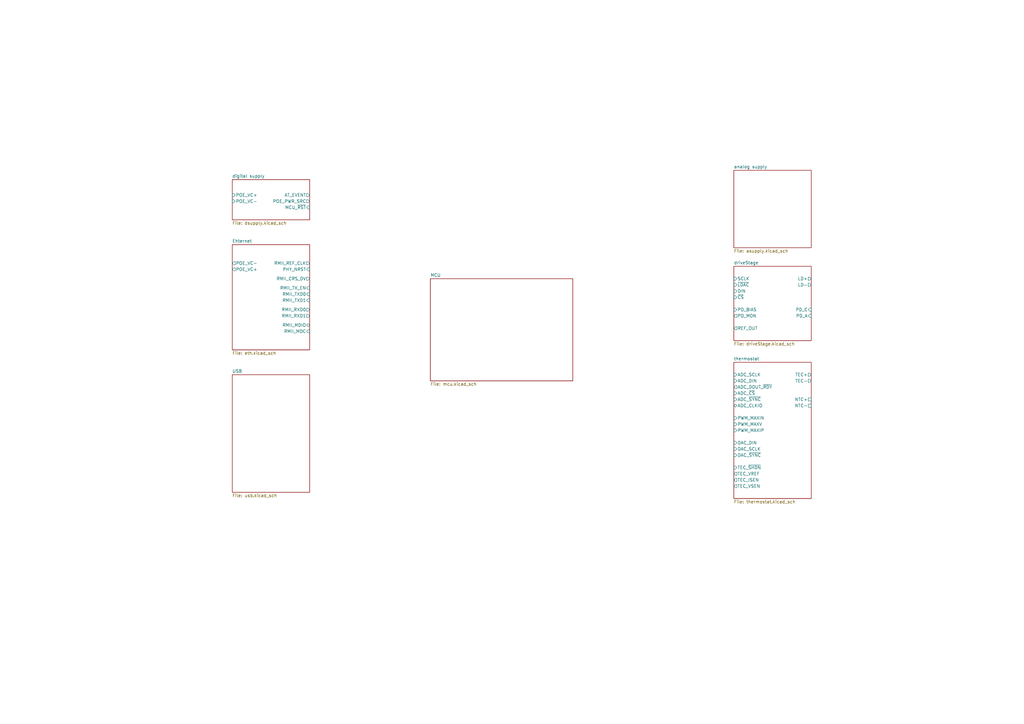
<source format=kicad_sch>
(kicad_sch (version 20211123) (generator eeschema)
  (paper "A3")
  (title_block (title "Kirdy") (date "2022-07-03") (rev "r0.1") (company "M-Labs") (comment 1 "Alex Wong Tat Hang"))
  (lib_symbols)
  (sheet (at 95.25 100.33) (size 31.75 43.18) (stroke (width 0.1524))
    (property "Sheet name" "Ehternet" (at 95.25 99.6184 0) (effects (justify left bottom)))
    (property "Sheet file" "eth.kicad_sch" (at 95.25 144.0946 0) (effects (justify left top)))
    (pin "RMII_REF_CLK" output (at 127 107.95 0))
    (pin "RMII_MDIO" bidirectional (at 127 133.35 0))
    (pin "PHY_NRST" input (at 127 110.49 0))
    (pin "RMII_MDC" input (at 127 135.89 0))
    (pin "RMII_CRS_DV" output (at 127 114.3 0))
    (pin "RMII_TX_EN" input (at 127 118.11 0))
    (pin "RMII_TXD0" input (at 127 120.65 0))
    (pin "RMII_TXD1" input (at 127 123.19 0))
    (pin "RMII_RXD0" output (at 127 127 0))
    (pin "RMII_RXD1" output (at 127 129.54 0))
    (pin "POE_VC-" output (at 95.25 107.95 180))
    (pin "POE_VC+" output (at 95.25 110.49 180))
  )
  (sheet (at 95.25 153.67) (size 31.75 48.26) (stroke (width 0.1524))
    (property "Sheet name" "USB" (at 95.25 152.9584 0) (effects (justify left bottom)))
    (property "Sheet file" "usb.kicad_sch" (at 95.25 202.5146 0) (effects (justify left top)))
  )
  (sheet (at 300.99 109.22) (size 31.75 30.48) (stroke (width 0.1524))
    (property "Sheet name" "driveStage" (at 300.99 108.5084 0) (effects (justify left bottom)))
    (property "Sheet file" "driveStage.kicad_sch" (at 300.99 140.2846 0) (effects (justify left top)))
    (pin "LD-" output (at 332.74 116.84 0))
    (pin "LD+" output (at 332.74 114.3 0))
    (pin "REF_OUT" output (at 300.99 134.62 180))
    (pin "SCLK" input (at 300.99 114.3 180))
    (pin "DIN" input (at 300.99 119.38 180))
    (pin "~{LDAC}" input (at 300.99 116.84 180))
    (pin "~{CS}" input (at 300.99 121.92 180))
    (pin "PD_A" input (at 332.74 129.54 0))
    (pin "PD_C" input (at 332.74 127 0))
    (pin "PD_BIAS" input (at 300.99 127 180))
    (pin "PD_MON" output (at 300.99 129.54 180))
  )
  (sheet (at 95.25 73.66) (size 31.75 16.51) (stroke (width 0.1524))
    (property "Sheet name" "digital supply" (at 95.25 72.9484 0) (effects (justify left bottom)))
    (property "Sheet file" "dsupply.kicad_sch" (at 95.25 90.7546 0) (effects (justify left top)))
    (pin "POE_VC-" input (at 95.25 82.55 180))
    (pin "MCU_~{RST}" input (at 127 85.09 0))
    (pin "POE_VC+" input (at 95.25 80.01 180))
    (pin "POE_PWR_SRC" output (at 127 82.55 0))
    (pin "AT_EVENT" output (at 127 80.01 0))
  )
  (sheet (at 300.99 148.59) (size 31.75 55.88) (stroke (width 0.1524))
    (property "Sheet name" "thermostat" (at 300.99 147.8784 0) (effects (justify left bottom)))
    (property "Sheet file" "thermostat.kicad_sch" (at 300.99 205.0546 0) (effects (justify left top)))
    (pin "TEC-" output (at 332.74 156.21 0))
    (pin "TEC+" output (at 332.74 153.67 0))
    (pin "NTC-" passive (at 332.74 166.37 0))
    (pin "NTC+" passive (at 332.74 163.83 0))
    (pin "DAC_~{SYNC}" input (at 300.99 186.69 180))
    (pin "DAC_SCLK" input (at 300.99 184.15 180))
    (pin "DAC_DIN" input (at 300.99 181.61 180))
    (pin "PWM_MAXV" input (at 300.99 173.99 180))
    (pin "ADC_SCLK" input (at 300.99 153.67 180))
    (pin "ADC_DIN" input (at 300.99 156.21 180))
    (pin "ADC_DOUT_~{RDY}" output (at 300.99 158.75 180))
    (pin "ADC_~{CS}" input (at 300.99 161.29 180))
    (pin "ADC_~{SYNC}" input (at 300.99 163.83 180))
    (pin "ADC_CLKIO" bidirectional (at 300.99 166.37 180))
    (pin "PWM_MAXIN" input (at 300.99 171.45 180))
    (pin "PWM_MAXIP" input (at 300.99 176.53 180))
    (pin "TEC_~{SHDN}" input (at 300.99 191.77 180))
    (pin "TEC_ISEN" output (at 300.99 196.85 180))
    (pin "TEC_VREF" output (at 300.99 194.31 180))
    (pin "TEC_VSEN" output (at 300.99 199.39 180))
  )
  (sheet (at 300.99 69.85) (size 31.75 31.75) (stroke (width 0.1524))
    (property "Sheet name" "analog supply" (at 300.99 69.1384 0) (effects (justify left bottom)))
    (property "Sheet file" "asupply.kicad_sch" (at 300.99 102.1846 0) (effects (justify left top)))
  )
  (sheet (at 176.53 114.3) (size 58.42 41.91) (stroke (width 0.1524))
    (property "Sheet name" "MCU" (at 176.53 113.5884 0) (effects (justify left bottom)))
    (property "Sheet file" "mcu.kicad_sch" (at 176.53 156.7946 0) (effects (justify left top)))
  )
)
</source>
